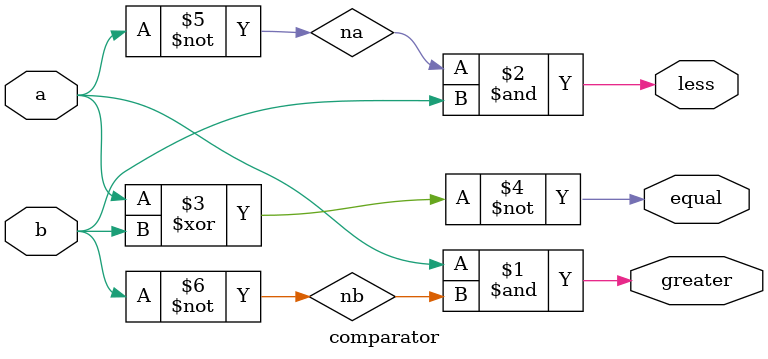
<source format=v>
`timescale 1ns / 1ps


module comparator(
input a, b,
output less, greater, equal
);
wire na, nb;
not n1 (na, a);
not n2 (nb, b);
and a1 (greater, a, nb);
and a2 (less, na, b);
xnor x1 (equal, a, b);
endmodule

</source>
